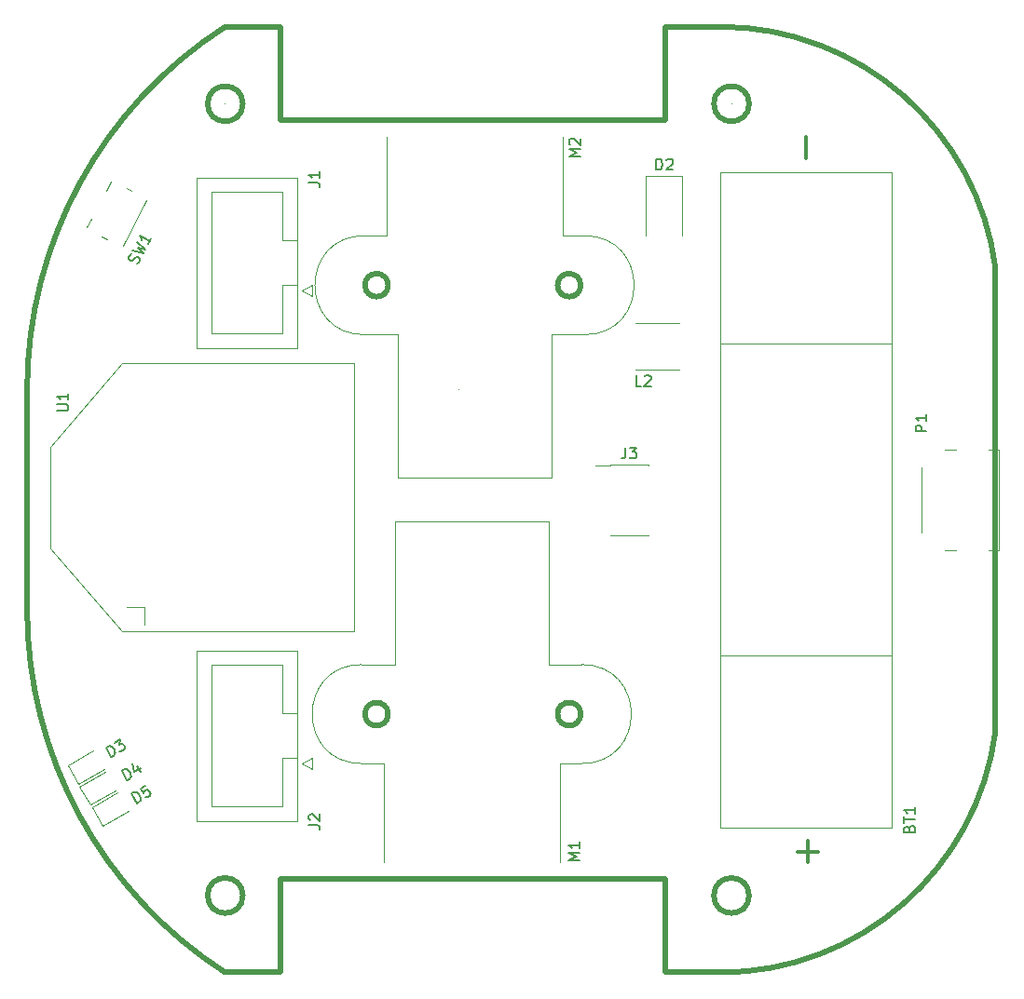
<source format=gbr>
%TF.GenerationSoftware,KiCad,Pcbnew,6.0.7-f9a2dced07~116~ubuntu20.04.1*%
%TF.CreationDate,2022-08-31T16:11:48+02:00*%
%TF.ProjectId,dumber-v3,64756d62-6572-42d7-9633-2e6b69636164,1.1*%
%TF.SameCoordinates,Original*%
%TF.FileFunction,Legend,Top*%
%TF.FilePolarity,Positive*%
%FSLAX46Y46*%
G04 Gerber Fmt 4.6, Leading zero omitted, Abs format (unit mm)*
G04 Created by KiCad (PCBNEW 6.0.7-f9a2dced07~116~ubuntu20.04.1) date 2022-08-31 16:11:48*
%MOMM*%
%LPD*%
G01*
G04 APERTURE LIST*
%TA.AperFunction,Profile*%
%ADD10C,0.010050*%
%TD*%
%TA.AperFunction,Profile*%
%ADD11C,0.500000*%
%TD*%
%ADD12C,0.150000*%
%ADD13C,0.300000*%
%ADD14C,0.120000*%
G04 APERTURE END LIST*
D10*
X173755025Y-70000000D02*
G75*
G03*
X173755025Y-70000000I-5025J0D01*
G01*
X141505025Y-86500000D02*
G75*
G03*
X141505025Y-86500000I-5025J0D01*
G01*
D11*
X175350000Y-70000000D02*
G75*
G03*
X175350000Y-70000000I-1600000J0D01*
G01*
X142550000Y-86500000D02*
G75*
G03*
X142550000Y-86500000I-1050000J0D01*
G01*
X167750000Y-63000000D02*
X167750000Y-71500000D01*
X109750000Y-96000000D02*
X109750000Y-116000000D01*
X129350000Y-142000000D02*
G75*
G03*
X129350000Y-142000000I-1600000J0D01*
G01*
X127750000Y-63000000D02*
G75*
G03*
X109750000Y-96000000I21250000J-33000000D01*
G01*
X197750000Y-127000000D02*
X197750000Y-85000000D01*
X129350000Y-70000000D02*
G75*
G03*
X129350000Y-70000000I-1600000J0D01*
G01*
X167750000Y-149000000D02*
X172750000Y-149000000D01*
X172750000Y-63000000D02*
X167750000Y-63000000D01*
D10*
X172755025Y-123795455D02*
G75*
G03*
X172755025Y-123795455I-5025J0D01*
G01*
X159005025Y-125500000D02*
G75*
G03*
X159005025Y-125500000I-5025J0D01*
G01*
X159005025Y-86500000D02*
G75*
G03*
X159005025Y-86500000I-5025J0D01*
G01*
X172755025Y-88204545D02*
G75*
G03*
X172755025Y-88204545I-5025J0D01*
G01*
X149005025Y-116000000D02*
G75*
G03*
X149005025Y-116000000I-5025J0D01*
G01*
D11*
X132750000Y-149000000D02*
X132750000Y-140500000D01*
X167750000Y-140500000D02*
X167750000Y-149000000D01*
X127750000Y-149000000D02*
X132750000Y-149000000D01*
X167750000Y-71500000D02*
X132750000Y-71500000D01*
D10*
X127755025Y-70000000D02*
G75*
G03*
X127755025Y-70000000I-5025J0D01*
G01*
D11*
X109750000Y-116000000D02*
G75*
G03*
X127750000Y-149000000I39250000J0D01*
G01*
X175350000Y-142000000D02*
G75*
G03*
X175350000Y-142000000I-1600000J0D01*
G01*
D10*
X149005025Y-96000000D02*
G75*
G03*
X149005025Y-96000000I-5025J0D01*
G01*
D11*
X132750000Y-63000000D02*
X127750000Y-63000000D01*
X132750000Y-71500000D02*
X132750000Y-63000000D01*
X197750047Y-84999994D02*
G75*
G03*
X172750000Y-63000000I-25000047J-3204606D01*
G01*
X160050000Y-86500000D02*
G75*
G03*
X160050000Y-86500000I-1050000J0D01*
G01*
D10*
X173755025Y-142000000D02*
G75*
G03*
X173755025Y-142000000I-5025J0D01*
G01*
X141505025Y-125500000D02*
G75*
G03*
X141505025Y-125500000I-5025J0D01*
G01*
D11*
X132750000Y-140500000D02*
X167750000Y-140500000D01*
X160050000Y-125500000D02*
G75*
G03*
X160050000Y-125500000I-1050000J0D01*
G01*
X142550000Y-125500000D02*
G75*
G03*
X142550000Y-125500000I-1050000J0D01*
G01*
X172750000Y-149000005D02*
G75*
G03*
X197750000Y-127000000I0J25204545D01*
G01*
D10*
X127755025Y-142000000D02*
G75*
G03*
X127755025Y-142000000I-5025J0D01*
G01*
D12*
%TO.C,M1*%
X159952380Y-138809523D02*
X158952380Y-138809523D01*
X159666666Y-138476190D01*
X158952380Y-138142857D01*
X159952380Y-138142857D01*
X159952380Y-137142857D02*
X159952380Y-137714285D01*
X159952380Y-137428571D02*
X158952380Y-137428571D01*
X159095238Y-137523809D01*
X159190476Y-137619047D01*
X159238095Y-137714285D01*
%TO.C,SW1*%
X119770324Y-84556766D02*
X119877609Y-84451098D01*
X119985702Y-84238954D01*
X119986510Y-84132477D01*
X119965700Y-84068430D01*
X119902461Y-83982764D01*
X119817603Y-83939527D01*
X119711127Y-83938718D01*
X119647079Y-83959529D01*
X119561413Y-84022768D01*
X119432510Y-84170865D01*
X119346844Y-84234104D01*
X119282796Y-84254914D01*
X119176320Y-84254106D01*
X119091462Y-84210869D01*
X119028223Y-84125203D01*
X119007413Y-84061155D01*
X119008221Y-83954679D01*
X119116314Y-83742534D01*
X119223599Y-83636866D01*
X119332500Y-83318246D02*
X120331599Y-83560092D01*
X119781641Y-83066097D01*
X120504548Y-83220661D01*
X119721635Y-82554526D01*
X121023395Y-82202367D02*
X120763971Y-82711514D01*
X120893683Y-82456941D02*
X120002676Y-82002950D01*
X120086726Y-82152664D01*
X120128346Y-82280759D01*
X120127538Y-82387235D01*
%TO.C,J1*%
X135342380Y-77168333D02*
X136056666Y-77168333D01*
X136199523Y-77215952D01*
X136294761Y-77311190D01*
X136342380Y-77454047D01*
X136342380Y-77549285D01*
X136342380Y-76168333D02*
X136342380Y-76739761D01*
X136342380Y-76454047D02*
X135342380Y-76454047D01*
X135485238Y-76549285D01*
X135580476Y-76644523D01*
X135628095Y-76739761D01*
%TO.C,D2*%
X166901904Y-76017380D02*
X166901904Y-75017380D01*
X167140000Y-75017380D01*
X167282857Y-75065000D01*
X167378095Y-75160238D01*
X167425714Y-75255476D01*
X167473333Y-75445952D01*
X167473333Y-75588809D01*
X167425714Y-75779285D01*
X167378095Y-75874523D01*
X167282857Y-75969761D01*
X167140000Y-76017380D01*
X166901904Y-76017380D01*
X167854285Y-75112619D02*
X167901904Y-75065000D01*
X167997142Y-75017380D01*
X168235238Y-75017380D01*
X168330476Y-75065000D01*
X168378095Y-75112619D01*
X168425714Y-75207857D01*
X168425714Y-75303095D01*
X168378095Y-75445952D01*
X167806666Y-76017380D01*
X168425714Y-76017380D01*
%TO.C,D5*%
X119726981Y-133602821D02*
X119226981Y-132736795D01*
X119433177Y-132617747D01*
X119580705Y-132587558D01*
X119710802Y-132622418D01*
X119799661Y-132681087D01*
X119936138Y-132822235D01*
X120007567Y-132945952D01*
X120061565Y-133134719D01*
X120067945Y-133241007D01*
X120033086Y-133371105D01*
X119933177Y-133483773D01*
X119726981Y-133602821D01*
X120505399Y-131998700D02*
X120093006Y-132236795D01*
X120289862Y-132672998D01*
X120307292Y-132607949D01*
X120365961Y-132519091D01*
X120572157Y-132400043D01*
X120678446Y-132393663D01*
X120743494Y-132411093D01*
X120832353Y-132469762D01*
X120951400Y-132675959D01*
X120957780Y-132782247D01*
X120940350Y-132847295D01*
X120881681Y-132936154D01*
X120675485Y-133055201D01*
X120569197Y-133061581D01*
X120504148Y-133044151D01*
%TO.C,M2*%
X160002380Y-74809523D02*
X159002380Y-74809523D01*
X159716666Y-74476190D01*
X159002380Y-74142857D01*
X160002380Y-74142857D01*
X159097619Y-73714285D02*
X159050000Y-73666666D01*
X159002380Y-73571428D01*
X159002380Y-73333333D01*
X159050000Y-73238095D01*
X159097619Y-73190476D01*
X159192857Y-73142857D01*
X159288095Y-73142857D01*
X159430952Y-73190476D01*
X160002380Y-73761904D01*
X160002380Y-73142857D01*
%TO.C,BT1*%
X189920571Y-135913714D02*
X189968190Y-135770857D01*
X190015809Y-135723238D01*
X190111047Y-135675619D01*
X190253904Y-135675619D01*
X190349142Y-135723238D01*
X190396761Y-135770857D01*
X190444380Y-135866095D01*
X190444380Y-136247047D01*
X189444380Y-136247047D01*
X189444380Y-135913714D01*
X189492000Y-135818476D01*
X189539619Y-135770857D01*
X189634857Y-135723238D01*
X189730095Y-135723238D01*
X189825333Y-135770857D01*
X189872952Y-135818476D01*
X189920571Y-135913714D01*
X189920571Y-136247047D01*
X189444380Y-135389904D02*
X189444380Y-134818476D01*
X190444380Y-135104190D02*
X189444380Y-135104190D01*
X190444380Y-133961333D02*
X190444380Y-134532761D01*
X190444380Y-134247047D02*
X189444380Y-134247047D01*
X189587238Y-134342285D01*
X189682476Y-134437523D01*
X189730095Y-134532761D01*
D13*
X180678571Y-138952380D02*
X180678571Y-137047619D01*
X181630952Y-138000000D02*
X179726190Y-138000000D01*
X180478571Y-74952380D02*
X180478571Y-73047619D01*
D12*
%TO.C,J2*%
X135342380Y-135588333D02*
X136056666Y-135588333D01*
X136199523Y-135635952D01*
X136294761Y-135731190D01*
X136342380Y-135874047D01*
X136342380Y-135969285D01*
X135437619Y-135159761D02*
X135390000Y-135112142D01*
X135342380Y-135016904D01*
X135342380Y-134778809D01*
X135390000Y-134683571D01*
X135437619Y-134635952D01*
X135532857Y-134588333D01*
X135628095Y-134588333D01*
X135770952Y-134635952D01*
X136342380Y-135207380D01*
X136342380Y-134588333D01*
%TO.C,P1*%
X191477380Y-99798095D02*
X190477380Y-99798095D01*
X190477380Y-99417142D01*
X190525000Y-99321904D01*
X190572619Y-99274285D01*
X190667857Y-99226666D01*
X190810714Y-99226666D01*
X190905952Y-99274285D01*
X190953571Y-99321904D01*
X191001190Y-99417142D01*
X191001190Y-99798095D01*
X191477380Y-98274285D02*
X191477380Y-98845714D01*
X191477380Y-98560000D02*
X190477380Y-98560000D01*
X190620238Y-98655238D01*
X190715476Y-98750476D01*
X190763095Y-98845714D01*
%TO.C,J3*%
X164131666Y-101262380D02*
X164131666Y-101976666D01*
X164084047Y-102119523D01*
X163988809Y-102214761D01*
X163845952Y-102262380D01*
X163750714Y-102262380D01*
X164512619Y-101262380D02*
X165131666Y-101262380D01*
X164798333Y-101643333D01*
X164941190Y-101643333D01*
X165036428Y-101690952D01*
X165084047Y-101738571D01*
X165131666Y-101833809D01*
X165131666Y-102071904D01*
X165084047Y-102167142D01*
X165036428Y-102214761D01*
X164941190Y-102262380D01*
X164655476Y-102262380D01*
X164560238Y-102214761D01*
X164512619Y-102167142D01*
%TO.C,L2*%
X165568333Y-95702380D02*
X165092142Y-95702380D01*
X165092142Y-94702380D01*
X165854047Y-94797619D02*
X165901666Y-94750000D01*
X165996904Y-94702380D01*
X166235000Y-94702380D01*
X166330238Y-94750000D01*
X166377857Y-94797619D01*
X166425476Y-94892857D01*
X166425476Y-94988095D01*
X166377857Y-95130952D01*
X165806428Y-95702380D01*
X166425476Y-95702380D01*
%TO.C,U1*%
X112482380Y-97916904D02*
X113291904Y-97916904D01*
X113387142Y-97869285D01*
X113434761Y-97821666D01*
X113482380Y-97726428D01*
X113482380Y-97535952D01*
X113434761Y-97440714D01*
X113387142Y-97393095D01*
X113291904Y-97345476D01*
X112482380Y-97345476D01*
X113482380Y-96345476D02*
X113482380Y-96916904D01*
X113482380Y-96631190D02*
X112482380Y-96631190D01*
X112625238Y-96726428D01*
X112720476Y-96821666D01*
X112768095Y-96916904D01*
%TO.C,D4*%
X118839981Y-131509437D02*
X118339981Y-130643411D01*
X118546177Y-130524363D01*
X118693705Y-130494174D01*
X118823802Y-130529034D01*
X118912661Y-130587703D01*
X119049138Y-130728851D01*
X119120567Y-130852568D01*
X119174565Y-131041335D01*
X119180945Y-131147623D01*
X119146086Y-131277721D01*
X119046177Y-131390389D01*
X118839981Y-131509437D01*
X119743827Y-130217801D02*
X120077160Y-130795151D01*
X119347154Y-130006934D02*
X119498100Y-130744571D01*
X120034211Y-130435047D01*
%TO.C,D3*%
X117399981Y-129411821D02*
X116899981Y-128545795D01*
X117106177Y-128426747D01*
X117253705Y-128396558D01*
X117383802Y-128431418D01*
X117472661Y-128490087D01*
X117609138Y-128631235D01*
X117680567Y-128754952D01*
X117734565Y-128943719D01*
X117740945Y-129050007D01*
X117706086Y-129180105D01*
X117606177Y-129292773D01*
X117399981Y-129411821D01*
X117683528Y-128093414D02*
X118219639Y-127783890D01*
X118121440Y-128280471D01*
X118245157Y-128209043D01*
X118351446Y-128202663D01*
X118416494Y-128220093D01*
X118505353Y-128278762D01*
X118624400Y-128484959D01*
X118630780Y-128591247D01*
X118613350Y-128656295D01*
X118554681Y-128745154D01*
X118307245Y-128888011D01*
X118200957Y-128894391D01*
X118135908Y-128876961D01*
D14*
%TO.C,M1*%
X142150000Y-139000000D02*
X142150000Y-130000000D01*
X143150000Y-120000000D02*
X143150000Y-121000000D01*
X143150000Y-120000000D02*
X143150000Y-108000000D01*
X158150000Y-139000000D02*
X158150000Y-130000000D01*
X157150000Y-108000000D02*
X157150000Y-121000000D01*
X143150000Y-121000000D02*
X140150000Y-121000000D01*
X142150000Y-130000000D02*
X140150000Y-130000000D01*
X158150000Y-130000000D02*
X160150000Y-130000000D01*
X143150000Y-108000000D02*
X157150000Y-108000000D01*
X157150000Y-121000000D02*
X160150000Y-121000000D01*
X160150000Y-130000000D02*
G75*
G03*
X160150000Y-121000000I0J4500000D01*
G01*
X140150000Y-121000000D02*
G75*
G03*
X140150000Y-130000000I0J-4500000D01*
G01*
%TO.C,SW1*%
X119257304Y-77941881D02*
X118767250Y-77692187D01*
X117318516Y-77066252D02*
X116898574Y-77890433D01*
X117032750Y-82307813D02*
X116542696Y-82058119D01*
X120615240Y-78746017D02*
X118481484Y-82933748D01*
X115604701Y-80429802D02*
X115184760Y-81253983D01*
%TO.C,J1*%
X132980000Y-78010000D02*
X132980000Y-82410000D01*
X134290000Y-86510000D02*
X132980000Y-86510000D01*
X132980000Y-82410000D02*
X134290000Y-82410000D01*
X134290000Y-76710000D02*
X134290000Y-92210000D01*
X134680000Y-87000000D02*
X135680000Y-87500000D01*
X126480000Y-78010000D02*
X132980000Y-78010000D01*
X125170000Y-92210000D02*
X125170000Y-76710000D01*
X126480000Y-90910000D02*
X126480000Y-78010000D01*
X132980000Y-86510000D02*
X132980000Y-90910000D01*
X125170000Y-76710000D02*
X134290000Y-76710000D01*
X132980000Y-82410000D02*
X132980000Y-82410000D01*
X135680000Y-86500000D02*
X134680000Y-87000000D01*
X132980000Y-90910000D02*
X126480000Y-90910000D01*
X134290000Y-92210000D02*
X125170000Y-92210000D01*
X135680000Y-87500000D02*
X135680000Y-86500000D01*
%TO.C,D2*%
X165990000Y-76610000D02*
X165990000Y-82010000D01*
X169290000Y-76610000D02*
X169290000Y-82010000D01*
X169290000Y-76610000D02*
X165990000Y-76610000D01*
%TO.C,D5*%
X116620747Y-135658884D02*
X118946025Y-134316384D01*
X115660747Y-133996116D02*
X116620747Y-135658884D01*
X117986025Y-132653616D02*
X115660747Y-133996116D01*
%TO.C,M2*%
X157400000Y-92000000D02*
X157400000Y-104000000D01*
X157400000Y-92000000D02*
X157400000Y-91000000D01*
X142400000Y-82000000D02*
X140400000Y-82000000D01*
X158400000Y-73000000D02*
X158400000Y-82000000D01*
X157400000Y-91000000D02*
X160400000Y-91000000D01*
X143400000Y-104000000D02*
X143400000Y-91000000D01*
X143400000Y-91000000D02*
X140400000Y-91000000D01*
X142400000Y-73000000D02*
X142400000Y-82000000D01*
X157400000Y-104000000D02*
X143400000Y-104000000D01*
X158400000Y-82000000D02*
X160400000Y-82000000D01*
X140400000Y-82000000D02*
G75*
G03*
X140400000Y-91000000I0J-4500000D01*
G01*
X160400000Y-91000000D02*
G75*
G03*
X160400000Y-82000000I0J4500000D01*
G01*
%TO.C,BT1*%
X172700000Y-120200000D02*
X188300000Y-120200000D01*
X172700000Y-91800000D02*
X188300000Y-91800000D01*
X172700000Y-135800000D02*
X188300000Y-135800000D01*
X188300000Y-135800000D02*
X188300000Y-76200000D01*
X188300000Y-76200000D02*
X172700000Y-76200000D01*
X172700000Y-76200000D02*
X172700000Y-135800000D01*
%TO.C,J2*%
X134290000Y-129510000D02*
X132980000Y-129510000D01*
X132980000Y-125410000D02*
X134290000Y-125410000D01*
X126480000Y-133910000D02*
X126480000Y-121010000D01*
X132980000Y-133910000D02*
X126480000Y-133910000D01*
X135680000Y-129500000D02*
X134680000Y-130000000D01*
X134680000Y-130000000D02*
X135680000Y-130500000D01*
X132980000Y-125410000D02*
X132980000Y-125410000D01*
X125170000Y-119710000D02*
X134290000Y-119710000D01*
X135680000Y-130500000D02*
X135680000Y-129500000D01*
X126480000Y-121010000D02*
X132980000Y-121010000D01*
X125170000Y-135210000D02*
X125170000Y-119710000D01*
X134290000Y-135210000D02*
X125170000Y-135210000D01*
X132980000Y-129510000D02*
X132980000Y-133910000D01*
X132980000Y-121010000D02*
X132980000Y-125410000D01*
X134290000Y-119710000D02*
X134290000Y-135210000D01*
%TO.C,P1*%
X193155000Y-101430000D02*
X194155000Y-101430000D01*
X193155000Y-110620000D02*
X194155000Y-110620000D01*
X191025000Y-109000000D02*
X191025000Y-103050000D01*
X198055000Y-110620000D02*
X198055000Y-101430000D01*
X197155000Y-101430000D02*
X198055000Y-101430000D01*
X197155000Y-110620000D02*
X198055000Y-110620000D01*
%TO.C,J3*%
X166230000Y-102810000D02*
X166230000Y-102875000D01*
X166230000Y-109215000D02*
X166230000Y-109280000D01*
X162700000Y-109280000D02*
X166230000Y-109280000D01*
X161375000Y-102875000D02*
X162700000Y-102875000D01*
X162700000Y-109215000D02*
X162700000Y-109280000D01*
X162700000Y-102810000D02*
X166230000Y-102810000D01*
X162700000Y-102810000D02*
X162700000Y-102875000D01*
%TO.C,L2*%
X169005000Y-89975000D02*
X165005000Y-89975000D01*
X169005000Y-94175000D02*
X165005000Y-94175000D01*
%TO.C,U1*%
X118335000Y-118000000D02*
X139435000Y-118000000D01*
X139435000Y-118000000D02*
X139435000Y-93600000D01*
X120435000Y-115800000D02*
X118835000Y-115800000D01*
X111835000Y-110400000D02*
X118335000Y-118000000D01*
X111835000Y-101200000D02*
X111835000Y-110400000D01*
X120435000Y-117400000D02*
X120435000Y-115800000D01*
X118335000Y-93600000D02*
X111835000Y-101200000D01*
X139435000Y-93600000D02*
X118335000Y-93600000D01*
%TO.C,D4*%
X116845025Y-130748616D02*
X114519747Y-132091116D01*
X114519747Y-132091116D02*
X115479747Y-133753884D01*
X115479747Y-133753884D02*
X117805025Y-132411384D01*
%TO.C,D3*%
X115786025Y-128843616D02*
X113460747Y-130186116D01*
X114420747Y-131848884D02*
X116746025Y-130506384D01*
X113460747Y-130186116D02*
X114420747Y-131848884D01*
%TD*%
M02*

</source>
